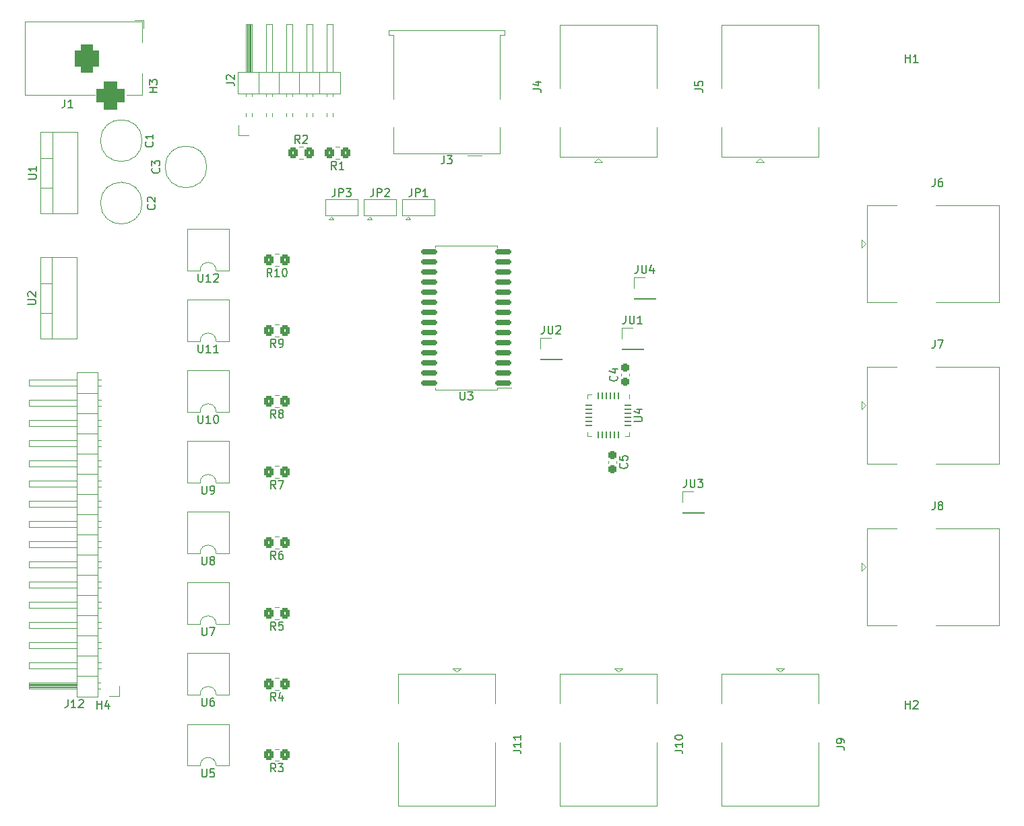
<source format=gbr>
%TF.GenerationSoftware,KiCad,Pcbnew,(6.0.4)*%
%TF.CreationDate,2022-11-01T18:45:11-05:00*%
%TF.ProjectId,RaspPi_RemoteClusterController,52617370-5069-45f5-9265-6d6f7465436c,rev?*%
%TF.SameCoordinates,Original*%
%TF.FileFunction,Legend,Top*%
%TF.FilePolarity,Positive*%
%FSLAX46Y46*%
G04 Gerber Fmt 4.6, Leading zero omitted, Abs format (unit mm)*
G04 Created by KiCad (PCBNEW (6.0.4)) date 2022-11-01 18:45:11*
%MOMM*%
%LPD*%
G01*
G04 APERTURE LIST*
G04 Aperture macros list*
%AMRoundRect*
0 Rectangle with rounded corners*
0 $1 Rounding radius*
0 $2 $3 $4 $5 $6 $7 $8 $9 X,Y pos of 4 corners*
0 Add a 4 corners polygon primitive as box body*
4,1,4,$2,$3,$4,$5,$6,$7,$8,$9,$2,$3,0*
0 Add four circle primitives for the rounded corners*
1,1,$1+$1,$2,$3*
1,1,$1+$1,$4,$5*
1,1,$1+$1,$6,$7*
1,1,$1+$1,$8,$9*
0 Add four rect primitives between the rounded corners*
20,1,$1+$1,$2,$3,$4,$5,0*
20,1,$1+$1,$4,$5,$6,$7,0*
20,1,$1+$1,$6,$7,$8,$9,0*
20,1,$1+$1,$8,$9,$2,$3,0*%
%AMFreePoly0*
4,1,14,0.340806,0.106694,0.394194,0.053306,0.412500,0.009112,0.412500,-0.062500,0.394194,-0.106694,0.350000,-0.125000,-0.350000,-0.125000,-0.394194,-0.106694,-0.412500,-0.062500,-0.412500,0.062500,-0.394194,0.106694,-0.350000,0.125000,0.296612,0.125000,0.340806,0.106694,0.340806,0.106694,$1*%
%AMFreePoly1*
4,1,14,0.394194,0.106694,0.412500,0.062500,0.412500,-0.009112,0.394194,-0.053306,0.340806,-0.106694,0.296612,-0.125000,-0.350000,-0.125000,-0.394194,-0.106694,-0.412500,-0.062500,-0.412500,0.062500,-0.394194,0.106694,-0.350000,0.125000,0.350000,0.125000,0.394194,0.106694,0.394194,0.106694,$1*%
%AMFreePoly2*
4,1,14,0.106694,0.394194,0.125000,0.350000,0.125000,-0.350000,0.106694,-0.394194,0.062500,-0.412500,-0.062500,-0.412500,-0.106694,-0.394194,-0.125000,-0.350000,-0.125000,0.296612,-0.106694,0.340806,-0.053306,0.394194,-0.009112,0.412500,0.062500,0.412500,0.106694,0.394194,0.106694,0.394194,$1*%
%AMFreePoly3*
4,1,14,0.053306,0.394194,0.106694,0.340806,0.125000,0.296612,0.125000,-0.350000,0.106694,-0.394194,0.062500,-0.412500,-0.062500,-0.412500,-0.106694,-0.394194,-0.125000,-0.350000,-0.125000,0.350000,-0.106694,0.394194,-0.062500,0.412500,0.009112,0.412500,0.053306,0.394194,0.053306,0.394194,$1*%
%AMFreePoly4*
4,1,14,0.394194,0.106694,0.412500,0.062500,0.412500,-0.062500,0.394194,-0.106694,0.350000,-0.125000,-0.296612,-0.125000,-0.340806,-0.106694,-0.394194,-0.053306,-0.412500,-0.009112,-0.412500,0.062500,-0.394194,0.106694,-0.350000,0.125000,0.350000,0.125000,0.394194,0.106694,0.394194,0.106694,$1*%
%AMFreePoly5*
4,1,14,0.394194,0.106694,0.412500,0.062500,0.412500,-0.062500,0.394194,-0.106694,0.350000,-0.125000,-0.350000,-0.125000,-0.394194,-0.106694,-0.412500,-0.062500,-0.412500,0.009112,-0.394194,0.053306,-0.340806,0.106694,-0.296612,0.125000,0.350000,0.125000,0.394194,0.106694,0.394194,0.106694,$1*%
%AMFreePoly6*
4,1,14,0.106694,0.394194,0.125000,0.350000,0.125000,-0.296612,0.106694,-0.340806,0.053306,-0.394194,0.009112,-0.412500,-0.062500,-0.412500,-0.106694,-0.394194,-0.125000,-0.350000,-0.125000,0.350000,-0.106694,0.394194,-0.062500,0.412500,0.062500,0.412500,0.106694,0.394194,0.106694,0.394194,$1*%
%AMFreePoly7*
4,1,14,0.106694,0.394194,0.125000,0.350000,0.125000,-0.350000,0.106694,-0.394194,0.062500,-0.412500,-0.009112,-0.412500,-0.053306,-0.394194,-0.106694,-0.340806,-0.125000,-0.296612,-0.125000,0.350000,-0.106694,0.394194,-0.062500,0.412500,0.062500,0.412500,0.106694,0.394194,0.106694,0.394194,$1*%
G04 Aperture macros list end*
%ADD10C,0.150000*%
%ADD11C,0.120000*%
%ADD12C,1.600000*%
%ADD13R,1.600000X1.600000*%
%ADD14C,4.000000*%
%ADD15O,1.600000X1.600000*%
%ADD16R,1.700000X1.700000*%
%ADD17RoundRect,0.250000X0.350000X0.450000X-0.350000X0.450000X-0.350000X-0.450000X0.350000X-0.450000X0*%
%ADD18C,3.200000*%
%ADD19RoundRect,0.237500X0.237500X-0.300000X0.237500X0.300000X-0.237500X0.300000X-0.237500X-0.300000X0*%
%ADD20O,1.700000X1.700000*%
%ADD21RoundRect,0.250000X-0.350000X-0.450000X0.350000X-0.450000X0.350000X0.450000X-0.350000X0.450000X0*%
%ADD22R,1.000000X1.500000*%
%ADD23R,2.000000X1.905000*%
%ADD24O,2.000000X1.905000*%
%ADD25R,1.600000X1.500000*%
%ADD26C,3.000000*%
%ADD27FreePoly0,270.000000*%
%ADD28RoundRect,0.062500X-0.062500X0.350000X-0.062500X-0.350000X0.062500X-0.350000X0.062500X0.350000X0*%
%ADD29FreePoly1,270.000000*%
%ADD30FreePoly2,270.000000*%
%ADD31RoundRect,0.062500X-0.350000X0.062500X-0.350000X-0.062500X0.350000X-0.062500X0.350000X0.062500X0*%
%ADD32FreePoly3,270.000000*%
%ADD33FreePoly4,270.000000*%
%ADD34FreePoly5,270.000000*%
%ADD35FreePoly6,270.000000*%
%ADD36FreePoly7,270.000000*%
%ADD37R,3.100000X3.100000*%
%ADD38RoundRect,0.237500X-0.237500X0.300000X-0.237500X-0.300000X0.237500X-0.300000X0.237500X0.300000X0*%
%ADD39RoundRect,0.150000X0.875000X0.150000X-0.875000X0.150000X-0.875000X-0.150000X0.875000X-0.150000X0*%
%ADD40R,3.500000X3.500000*%
%ADD41RoundRect,0.750000X-0.750000X-1.000000X0.750000X-1.000000X0.750000X1.000000X-0.750000X1.000000X0*%
%ADD42RoundRect,0.875000X-0.875000X-0.875000X0.875000X-0.875000X0.875000X0.875000X-0.875000X0.875000X0*%
%ADD43C,0.800000*%
G04 APERTURE END LIST*
D10*
%TO.C,C3*%
X113701142Y-60364666D02*
X113748761Y-60412285D01*
X113796380Y-60555142D01*
X113796380Y-60650380D01*
X113748761Y-60793238D01*
X113653523Y-60888476D01*
X113558285Y-60936095D01*
X113367809Y-60983714D01*
X113224952Y-60983714D01*
X113034476Y-60936095D01*
X112939238Y-60888476D01*
X112844000Y-60793238D01*
X112796380Y-60650380D01*
X112796380Y-60555142D01*
X112844000Y-60412285D01*
X112891619Y-60364666D01*
X112796380Y-60031333D02*
X112796380Y-59412285D01*
X113177333Y-59745619D01*
X113177333Y-59602761D01*
X113224952Y-59507523D01*
X113272571Y-59459904D01*
X113367809Y-59412285D01*
X113605904Y-59412285D01*
X113701142Y-59459904D01*
X113748761Y-59507523D01*
X113796380Y-59602761D01*
X113796380Y-59888476D01*
X113748761Y-59983714D01*
X113701142Y-60031333D01*
%TO.C,C2*%
X113133142Y-64936666D02*
X113180761Y-64984285D01*
X113228380Y-65127142D01*
X113228380Y-65222380D01*
X113180761Y-65365238D01*
X113085523Y-65460476D01*
X112990285Y-65508095D01*
X112799809Y-65555714D01*
X112656952Y-65555714D01*
X112466476Y-65508095D01*
X112371238Y-65460476D01*
X112276000Y-65365238D01*
X112228380Y-65222380D01*
X112228380Y-65127142D01*
X112276000Y-64984285D01*
X112323619Y-64936666D01*
X112323619Y-64555714D02*
X112276000Y-64508095D01*
X112228380Y-64412857D01*
X112228380Y-64174761D01*
X112276000Y-64079523D01*
X112323619Y-64031904D01*
X112418857Y-63984285D01*
X112514095Y-63984285D01*
X112656952Y-64031904D01*
X113228380Y-64603333D01*
X113228380Y-63984285D01*
%TO.C,C1*%
X112879142Y-57062666D02*
X112926761Y-57110285D01*
X112974380Y-57253142D01*
X112974380Y-57348380D01*
X112926761Y-57491238D01*
X112831523Y-57586476D01*
X112736285Y-57634095D01*
X112545809Y-57681714D01*
X112402952Y-57681714D01*
X112212476Y-57634095D01*
X112117238Y-57586476D01*
X112022000Y-57491238D01*
X111974380Y-57348380D01*
X111974380Y-57253142D01*
X112022000Y-57110285D01*
X112069619Y-57062666D01*
X112974380Y-56110285D02*
X112974380Y-56681714D01*
X112974380Y-56396000D02*
X111974380Y-56396000D01*
X112117238Y-56491238D01*
X112212476Y-56586476D01*
X112260095Y-56681714D01*
%TO.C,J11*%
X158212380Y-133602023D02*
X158926666Y-133602023D01*
X159069523Y-133649642D01*
X159164761Y-133744880D01*
X159212380Y-133887738D01*
X159212380Y-133982976D01*
X159212380Y-132602023D02*
X159212380Y-133173452D01*
X159212380Y-132887738D02*
X158212380Y-132887738D01*
X158355238Y-132982976D01*
X158450476Y-133078214D01*
X158498095Y-133173452D01*
X159212380Y-131649642D02*
X159212380Y-132221071D01*
X159212380Y-131935357D02*
X158212380Y-131935357D01*
X158355238Y-132030595D01*
X158450476Y-132125833D01*
X158498095Y-132221071D01*
%TO.C,J6*%
X211199166Y-61672380D02*
X211199166Y-62386666D01*
X211151547Y-62529523D01*
X211056309Y-62624761D01*
X210913452Y-62672380D01*
X210818214Y-62672380D01*
X212103928Y-61672380D02*
X211913452Y-61672380D01*
X211818214Y-61720000D01*
X211770595Y-61767619D01*
X211675357Y-61910476D01*
X211627738Y-62100952D01*
X211627738Y-62481904D01*
X211675357Y-62577142D01*
X211722976Y-62624761D01*
X211818214Y-62672380D01*
X212008690Y-62672380D01*
X212103928Y-62624761D01*
X212151547Y-62577142D01*
X212199166Y-62481904D01*
X212199166Y-62243809D01*
X212151547Y-62148571D01*
X212103928Y-62100952D01*
X212008690Y-62053333D01*
X211818214Y-62053333D01*
X211722976Y-62100952D01*
X211675357Y-62148571D01*
X211627738Y-62243809D01*
%TO.C,U11*%
X118639904Y-82554380D02*
X118639904Y-83363904D01*
X118687523Y-83459142D01*
X118735142Y-83506761D01*
X118830380Y-83554380D01*
X119020857Y-83554380D01*
X119116095Y-83506761D01*
X119163714Y-83459142D01*
X119211333Y-83363904D01*
X119211333Y-82554380D01*
X120211333Y-83554380D02*
X119639904Y-83554380D01*
X119925619Y-83554380D02*
X119925619Y-82554380D01*
X119830380Y-82697238D01*
X119735142Y-82792476D01*
X119639904Y-82840095D01*
X121163714Y-83554380D02*
X120592285Y-83554380D01*
X120878000Y-83554380D02*
X120878000Y-82554380D01*
X120782761Y-82697238D01*
X120687523Y-82792476D01*
X120592285Y-82840095D01*
%TO.C,JU1*%
X172370857Y-78910380D02*
X172370857Y-79624666D01*
X172323238Y-79767523D01*
X172228000Y-79862761D01*
X172085142Y-79910380D01*
X171989904Y-79910380D01*
X172847047Y-78910380D02*
X172847047Y-79719904D01*
X172894666Y-79815142D01*
X172942285Y-79862761D01*
X173037523Y-79910380D01*
X173228000Y-79910380D01*
X173323238Y-79862761D01*
X173370857Y-79815142D01*
X173418476Y-79719904D01*
X173418476Y-78910380D01*
X174418476Y-79910380D02*
X173847047Y-79910380D01*
X174132761Y-79910380D02*
X174132761Y-78910380D01*
X174037523Y-79053238D01*
X173942285Y-79148476D01*
X173847047Y-79196095D01*
%TO.C,JU4*%
X173894857Y-72560380D02*
X173894857Y-73274666D01*
X173847238Y-73417523D01*
X173752000Y-73512761D01*
X173609142Y-73560380D01*
X173513904Y-73560380D01*
X174371047Y-72560380D02*
X174371047Y-73369904D01*
X174418666Y-73465142D01*
X174466285Y-73512761D01*
X174561523Y-73560380D01*
X174752000Y-73560380D01*
X174847238Y-73512761D01*
X174894857Y-73465142D01*
X174942476Y-73369904D01*
X174942476Y-72560380D01*
X175847238Y-72893714D02*
X175847238Y-73560380D01*
X175609142Y-72512761D02*
X175371047Y-73227047D01*
X175990095Y-73227047D01*
%TO.C,R1*%
X135977333Y-60522380D02*
X135644000Y-60046190D01*
X135405904Y-60522380D02*
X135405904Y-59522380D01*
X135786857Y-59522380D01*
X135882095Y-59570000D01*
X135929714Y-59617619D01*
X135977333Y-59712857D01*
X135977333Y-59855714D01*
X135929714Y-59950952D01*
X135882095Y-59998571D01*
X135786857Y-60046190D01*
X135405904Y-60046190D01*
X136929714Y-60522380D02*
X136358285Y-60522380D01*
X136644000Y-60522380D02*
X136644000Y-59522380D01*
X136548761Y-59665238D01*
X136453523Y-59760476D01*
X136358285Y-59808095D01*
%TO.C,H2*%
X207518095Y-128332380D02*
X207518095Y-127332380D01*
X207518095Y-127808571D02*
X208089523Y-127808571D01*
X208089523Y-128332380D02*
X208089523Y-127332380D01*
X208518095Y-127427619D02*
X208565714Y-127380000D01*
X208660952Y-127332380D01*
X208899047Y-127332380D01*
X208994285Y-127380000D01*
X209041904Y-127427619D01*
X209089523Y-127522857D01*
X209089523Y-127618095D01*
X209041904Y-127760952D01*
X208470476Y-128332380D01*
X209089523Y-128332380D01*
%TO.C,C4*%
X171237142Y-86506666D02*
X171284761Y-86554285D01*
X171332380Y-86697142D01*
X171332380Y-86792380D01*
X171284761Y-86935238D01*
X171189523Y-87030476D01*
X171094285Y-87078095D01*
X170903809Y-87125714D01*
X170760952Y-87125714D01*
X170570476Y-87078095D01*
X170475238Y-87030476D01*
X170380000Y-86935238D01*
X170332380Y-86792380D01*
X170332380Y-86697142D01*
X170380000Y-86554285D01*
X170427619Y-86506666D01*
X170665714Y-85649523D02*
X171332380Y-85649523D01*
X170284761Y-85887619D02*
X170999047Y-86125714D01*
X170999047Y-85506666D01*
%TO.C,J2*%
X122155380Y-49604333D02*
X122869666Y-49604333D01*
X123012523Y-49651952D01*
X123107761Y-49747190D01*
X123155380Y-49890047D01*
X123155380Y-49985285D01*
X122250619Y-49175761D02*
X122203000Y-49128142D01*
X122155380Y-49032904D01*
X122155380Y-48794809D01*
X122203000Y-48699571D01*
X122250619Y-48651952D01*
X122345857Y-48604333D01*
X122441095Y-48604333D01*
X122583952Y-48651952D01*
X123155380Y-49223380D01*
X123155380Y-48604333D01*
%TO.C,JU2*%
X162132857Y-80180380D02*
X162132857Y-80894666D01*
X162085238Y-81037523D01*
X161990000Y-81132761D01*
X161847142Y-81180380D01*
X161751904Y-81180380D01*
X162609047Y-80180380D02*
X162609047Y-80989904D01*
X162656666Y-81085142D01*
X162704285Y-81132761D01*
X162799523Y-81180380D01*
X162990000Y-81180380D01*
X163085238Y-81132761D01*
X163132857Y-81085142D01*
X163180476Y-80989904D01*
X163180476Y-80180380D01*
X163609047Y-80275619D02*
X163656666Y-80228000D01*
X163751904Y-80180380D01*
X163990000Y-80180380D01*
X164085238Y-80228000D01*
X164132857Y-80275619D01*
X164180476Y-80370857D01*
X164180476Y-80466095D01*
X164132857Y-80608952D01*
X163561428Y-81180380D01*
X164180476Y-81180380D01*
%TO.C,U9*%
X119116095Y-100334380D02*
X119116095Y-101143904D01*
X119163714Y-101239142D01*
X119211333Y-101286761D01*
X119306571Y-101334380D01*
X119497047Y-101334380D01*
X119592285Y-101286761D01*
X119639904Y-101239142D01*
X119687523Y-101143904D01*
X119687523Y-100334380D01*
X120211333Y-101334380D02*
X120401809Y-101334380D01*
X120497047Y-101286761D01*
X120544666Y-101239142D01*
X120639904Y-101096285D01*
X120687523Y-100905809D01*
X120687523Y-100524857D01*
X120639904Y-100429619D01*
X120592285Y-100382000D01*
X120497047Y-100334380D01*
X120306571Y-100334380D01*
X120211333Y-100382000D01*
X120163714Y-100429619D01*
X120116095Y-100524857D01*
X120116095Y-100762952D01*
X120163714Y-100858190D01*
X120211333Y-100905809D01*
X120306571Y-100953428D01*
X120497047Y-100953428D01*
X120592285Y-100905809D01*
X120639904Y-100858190D01*
X120687523Y-100762952D01*
%TO.C,J9*%
X198852380Y-133125833D02*
X199566666Y-133125833D01*
X199709523Y-133173452D01*
X199804761Y-133268690D01*
X199852380Y-133411547D01*
X199852380Y-133506785D01*
X199852380Y-132602023D02*
X199852380Y-132411547D01*
X199804761Y-132316309D01*
X199757142Y-132268690D01*
X199614285Y-132173452D01*
X199423809Y-132125833D01*
X199042857Y-132125833D01*
X198947619Y-132173452D01*
X198900000Y-132221071D01*
X198852380Y-132316309D01*
X198852380Y-132506785D01*
X198900000Y-132602023D01*
X198947619Y-132649642D01*
X199042857Y-132697261D01*
X199280952Y-132697261D01*
X199376190Y-132649642D01*
X199423809Y-132602023D01*
X199471428Y-132506785D01*
X199471428Y-132316309D01*
X199423809Y-132221071D01*
X199376190Y-132173452D01*
X199280952Y-132125833D01*
%TO.C,J4*%
X160732380Y-50420833D02*
X161446666Y-50420833D01*
X161589523Y-50468452D01*
X161684761Y-50563690D01*
X161732380Y-50706547D01*
X161732380Y-50801785D01*
X161065714Y-49516071D02*
X161732380Y-49516071D01*
X160684761Y-49754166D02*
X161399047Y-49992261D01*
X161399047Y-49373214D01*
%TO.C,R2*%
X131405333Y-57222380D02*
X131072000Y-56746190D01*
X130833904Y-57222380D02*
X130833904Y-56222380D01*
X131214857Y-56222380D01*
X131310095Y-56270000D01*
X131357714Y-56317619D01*
X131405333Y-56412857D01*
X131405333Y-56555714D01*
X131357714Y-56650952D01*
X131310095Y-56698571D01*
X131214857Y-56746190D01*
X130833904Y-56746190D01*
X131786285Y-56317619D02*
X131833904Y-56270000D01*
X131929142Y-56222380D01*
X132167238Y-56222380D01*
X132262476Y-56270000D01*
X132310095Y-56317619D01*
X132357714Y-56412857D01*
X132357714Y-56508095D01*
X132310095Y-56650952D01*
X131738666Y-57222380D01*
X132357714Y-57222380D01*
%TO.C,JP1*%
X145470666Y-62930380D02*
X145470666Y-63644666D01*
X145423047Y-63787523D01*
X145327809Y-63882761D01*
X145184952Y-63930380D01*
X145089714Y-63930380D01*
X145946857Y-63930380D02*
X145946857Y-62930380D01*
X146327809Y-62930380D01*
X146423047Y-62978000D01*
X146470666Y-63025619D01*
X146518285Y-63120857D01*
X146518285Y-63263714D01*
X146470666Y-63358952D01*
X146423047Y-63406571D01*
X146327809Y-63454190D01*
X145946857Y-63454190D01*
X147470666Y-63930380D02*
X146899238Y-63930380D01*
X147184952Y-63930380D02*
X147184952Y-62930380D01*
X147089714Y-63073238D01*
X146994476Y-63168476D01*
X146899238Y-63216095D01*
%TO.C,H3*%
X113482380Y-50799904D02*
X112482380Y-50799904D01*
X112958571Y-50799904D02*
X112958571Y-50228476D01*
X113482380Y-50228476D02*
X112482380Y-50228476D01*
X112482380Y-49847523D02*
X112482380Y-49228476D01*
X112863333Y-49561809D01*
X112863333Y-49418952D01*
X112910952Y-49323714D01*
X112958571Y-49276095D01*
X113053809Y-49228476D01*
X113291904Y-49228476D01*
X113387142Y-49276095D01*
X113434761Y-49323714D01*
X113482380Y-49418952D01*
X113482380Y-49704666D01*
X113434761Y-49799904D01*
X113387142Y-49847523D01*
%TO.C,U2*%
X97219380Y-77469904D02*
X98028904Y-77469904D01*
X98124142Y-77422285D01*
X98171761Y-77374666D01*
X98219380Y-77279428D01*
X98219380Y-77088952D01*
X98171761Y-76993714D01*
X98124142Y-76946095D01*
X98028904Y-76898476D01*
X97219380Y-76898476D01*
X97314619Y-76469904D02*
X97267000Y-76422285D01*
X97219380Y-76327047D01*
X97219380Y-76088952D01*
X97267000Y-75993714D01*
X97314619Y-75946095D01*
X97409857Y-75898476D01*
X97505095Y-75898476D01*
X97647952Y-75946095D01*
X98219380Y-76517523D01*
X98219380Y-75898476D01*
%TO.C,U8*%
X119116095Y-109224380D02*
X119116095Y-110033904D01*
X119163714Y-110129142D01*
X119211333Y-110176761D01*
X119306571Y-110224380D01*
X119497047Y-110224380D01*
X119592285Y-110176761D01*
X119639904Y-110129142D01*
X119687523Y-110033904D01*
X119687523Y-109224380D01*
X120306571Y-109652952D02*
X120211333Y-109605333D01*
X120163714Y-109557714D01*
X120116095Y-109462476D01*
X120116095Y-109414857D01*
X120163714Y-109319619D01*
X120211333Y-109272000D01*
X120306571Y-109224380D01*
X120497047Y-109224380D01*
X120592285Y-109272000D01*
X120639904Y-109319619D01*
X120687523Y-109414857D01*
X120687523Y-109462476D01*
X120639904Y-109557714D01*
X120592285Y-109605333D01*
X120497047Y-109652952D01*
X120306571Y-109652952D01*
X120211333Y-109700571D01*
X120163714Y-109748190D01*
X120116095Y-109843428D01*
X120116095Y-110033904D01*
X120163714Y-110129142D01*
X120211333Y-110176761D01*
X120306571Y-110224380D01*
X120497047Y-110224380D01*
X120592285Y-110176761D01*
X120639904Y-110129142D01*
X120687523Y-110033904D01*
X120687523Y-109843428D01*
X120639904Y-109748190D01*
X120592285Y-109700571D01*
X120497047Y-109652952D01*
%TO.C,R8*%
X128357333Y-91764380D02*
X128024000Y-91288190D01*
X127785904Y-91764380D02*
X127785904Y-90764380D01*
X128166857Y-90764380D01*
X128262095Y-90812000D01*
X128309714Y-90859619D01*
X128357333Y-90954857D01*
X128357333Y-91097714D01*
X128309714Y-91192952D01*
X128262095Y-91240571D01*
X128166857Y-91288190D01*
X127785904Y-91288190D01*
X128928761Y-91192952D02*
X128833523Y-91145333D01*
X128785904Y-91097714D01*
X128738285Y-91002476D01*
X128738285Y-90954857D01*
X128785904Y-90859619D01*
X128833523Y-90812000D01*
X128928761Y-90764380D01*
X129119238Y-90764380D01*
X129214476Y-90812000D01*
X129262095Y-90859619D01*
X129309714Y-90954857D01*
X129309714Y-91002476D01*
X129262095Y-91097714D01*
X129214476Y-91145333D01*
X129119238Y-91192952D01*
X128928761Y-91192952D01*
X128833523Y-91240571D01*
X128785904Y-91288190D01*
X128738285Y-91383428D01*
X128738285Y-91573904D01*
X128785904Y-91669142D01*
X128833523Y-91716761D01*
X128928761Y-91764380D01*
X129119238Y-91764380D01*
X129214476Y-91716761D01*
X129262095Y-91669142D01*
X129309714Y-91573904D01*
X129309714Y-91383428D01*
X129262095Y-91288190D01*
X129214476Y-91240571D01*
X129119238Y-91192952D01*
%TO.C,JU3*%
X179990857Y-99484380D02*
X179990857Y-100198666D01*
X179943238Y-100341523D01*
X179848000Y-100436761D01*
X179705142Y-100484380D01*
X179609904Y-100484380D01*
X180467047Y-99484380D02*
X180467047Y-100293904D01*
X180514666Y-100389142D01*
X180562285Y-100436761D01*
X180657523Y-100484380D01*
X180848000Y-100484380D01*
X180943238Y-100436761D01*
X180990857Y-100389142D01*
X181038476Y-100293904D01*
X181038476Y-99484380D01*
X181419428Y-99484380D02*
X182038476Y-99484380D01*
X181705142Y-99865333D01*
X181848000Y-99865333D01*
X181943238Y-99912952D01*
X181990857Y-99960571D01*
X182038476Y-100055809D01*
X182038476Y-100293904D01*
X181990857Y-100389142D01*
X181943238Y-100436761D01*
X181848000Y-100484380D01*
X181562285Y-100484380D01*
X181467047Y-100436761D01*
X181419428Y-100389142D01*
%TO.C,R5*%
X128357333Y-118439380D02*
X128024000Y-117963190D01*
X127785904Y-118439380D02*
X127785904Y-117439380D01*
X128166857Y-117439380D01*
X128262095Y-117487000D01*
X128309714Y-117534619D01*
X128357333Y-117629857D01*
X128357333Y-117772714D01*
X128309714Y-117867952D01*
X128262095Y-117915571D01*
X128166857Y-117963190D01*
X127785904Y-117963190D01*
X129262095Y-117439380D02*
X128785904Y-117439380D01*
X128738285Y-117915571D01*
X128785904Y-117867952D01*
X128881142Y-117820333D01*
X129119238Y-117820333D01*
X129214476Y-117867952D01*
X129262095Y-117915571D01*
X129309714Y-118010809D01*
X129309714Y-118248904D01*
X129262095Y-118344142D01*
X129214476Y-118391761D01*
X129119238Y-118439380D01*
X128881142Y-118439380D01*
X128785904Y-118391761D01*
X128738285Y-118344142D01*
%TO.C,R6*%
X128357333Y-109544380D02*
X128024000Y-109068190D01*
X127785904Y-109544380D02*
X127785904Y-108544380D01*
X128166857Y-108544380D01*
X128262095Y-108592000D01*
X128309714Y-108639619D01*
X128357333Y-108734857D01*
X128357333Y-108877714D01*
X128309714Y-108972952D01*
X128262095Y-109020571D01*
X128166857Y-109068190D01*
X127785904Y-109068190D01*
X129214476Y-108544380D02*
X129024000Y-108544380D01*
X128928761Y-108592000D01*
X128881142Y-108639619D01*
X128785904Y-108782476D01*
X128738285Y-108972952D01*
X128738285Y-109353904D01*
X128785904Y-109449142D01*
X128833523Y-109496761D01*
X128928761Y-109544380D01*
X129119238Y-109544380D01*
X129214476Y-109496761D01*
X129262095Y-109449142D01*
X129309714Y-109353904D01*
X129309714Y-109115809D01*
X129262095Y-109020571D01*
X129214476Y-108972952D01*
X129119238Y-108925333D01*
X128928761Y-108925333D01*
X128833523Y-108972952D01*
X128785904Y-109020571D01*
X128738285Y-109115809D01*
%TO.C,J12*%
X102247476Y-127198380D02*
X102247476Y-127912666D01*
X102199857Y-128055523D01*
X102104619Y-128150761D01*
X101961761Y-128198380D01*
X101866523Y-128198380D01*
X103247476Y-128198380D02*
X102676047Y-128198380D01*
X102961761Y-128198380D02*
X102961761Y-127198380D01*
X102866523Y-127341238D01*
X102771285Y-127436476D01*
X102676047Y-127484095D01*
X103628428Y-127293619D02*
X103676047Y-127246000D01*
X103771285Y-127198380D01*
X104009380Y-127198380D01*
X104104619Y-127246000D01*
X104152238Y-127293619D01*
X104199857Y-127388857D01*
X104199857Y-127484095D01*
X104152238Y-127626952D01*
X103580809Y-128198380D01*
X104199857Y-128198380D01*
%TO.C,JP3*%
X135818666Y-62930380D02*
X135818666Y-63644666D01*
X135771047Y-63787523D01*
X135675809Y-63882761D01*
X135532952Y-63930380D01*
X135437714Y-63930380D01*
X136294857Y-63930380D02*
X136294857Y-62930380D01*
X136675809Y-62930380D01*
X136771047Y-62978000D01*
X136818666Y-63025619D01*
X136866285Y-63120857D01*
X136866285Y-63263714D01*
X136818666Y-63358952D01*
X136771047Y-63406571D01*
X136675809Y-63454190D01*
X136294857Y-63454190D01*
X137199619Y-62930380D02*
X137818666Y-62930380D01*
X137485333Y-63311333D01*
X137628190Y-63311333D01*
X137723428Y-63358952D01*
X137771047Y-63406571D01*
X137818666Y-63501809D01*
X137818666Y-63739904D01*
X137771047Y-63835142D01*
X137723428Y-63882761D01*
X137628190Y-63930380D01*
X137342476Y-63930380D01*
X137247238Y-63882761D01*
X137199619Y-63835142D01*
%TO.C,J7*%
X211199166Y-81992380D02*
X211199166Y-82706666D01*
X211151547Y-82849523D01*
X211056309Y-82944761D01*
X210913452Y-82992380D01*
X210818214Y-82992380D01*
X211580119Y-81992380D02*
X212246785Y-81992380D01*
X211818214Y-82992380D01*
%TO.C,J3*%
X149526666Y-58802380D02*
X149526666Y-59516666D01*
X149479047Y-59659523D01*
X149383809Y-59754761D01*
X149240952Y-59802380D01*
X149145714Y-59802380D01*
X149907619Y-58802380D02*
X150526666Y-58802380D01*
X150193333Y-59183333D01*
X150336190Y-59183333D01*
X150431428Y-59230952D01*
X150479047Y-59278571D01*
X150526666Y-59373809D01*
X150526666Y-59611904D01*
X150479047Y-59707142D01*
X150431428Y-59754761D01*
X150336190Y-59802380D01*
X150050476Y-59802380D01*
X149955238Y-59754761D01*
X149907619Y-59707142D01*
%TO.C,R3*%
X128357333Y-136260380D02*
X128024000Y-135784190D01*
X127785904Y-136260380D02*
X127785904Y-135260380D01*
X128166857Y-135260380D01*
X128262095Y-135308000D01*
X128309714Y-135355619D01*
X128357333Y-135450857D01*
X128357333Y-135593714D01*
X128309714Y-135688952D01*
X128262095Y-135736571D01*
X128166857Y-135784190D01*
X127785904Y-135784190D01*
X128690666Y-135260380D02*
X129309714Y-135260380D01*
X128976380Y-135641333D01*
X129119238Y-135641333D01*
X129214476Y-135688952D01*
X129262095Y-135736571D01*
X129309714Y-135831809D01*
X129309714Y-136069904D01*
X129262095Y-136165142D01*
X129214476Y-136212761D01*
X129119238Y-136260380D01*
X128833523Y-136260380D01*
X128738285Y-136212761D01*
X128690666Y-136165142D01*
%TO.C,J8*%
X211199166Y-102312380D02*
X211199166Y-103026666D01*
X211151547Y-103169523D01*
X211056309Y-103264761D01*
X210913452Y-103312380D01*
X210818214Y-103312380D01*
X211818214Y-102740952D02*
X211722976Y-102693333D01*
X211675357Y-102645714D01*
X211627738Y-102550476D01*
X211627738Y-102502857D01*
X211675357Y-102407619D01*
X211722976Y-102360000D01*
X211818214Y-102312380D01*
X212008690Y-102312380D01*
X212103928Y-102360000D01*
X212151547Y-102407619D01*
X212199166Y-102502857D01*
X212199166Y-102550476D01*
X212151547Y-102645714D01*
X212103928Y-102693333D01*
X212008690Y-102740952D01*
X211818214Y-102740952D01*
X211722976Y-102788571D01*
X211675357Y-102836190D01*
X211627738Y-102931428D01*
X211627738Y-103121904D01*
X211675357Y-103217142D01*
X211722976Y-103264761D01*
X211818214Y-103312380D01*
X212008690Y-103312380D01*
X212103928Y-103264761D01*
X212151547Y-103217142D01*
X212199166Y-103121904D01*
X212199166Y-102931428D01*
X212151547Y-102836190D01*
X212103928Y-102788571D01*
X212008690Y-102740952D01*
%TO.C,U6*%
X119116095Y-127004380D02*
X119116095Y-127813904D01*
X119163714Y-127909142D01*
X119211333Y-127956761D01*
X119306571Y-128004380D01*
X119497047Y-128004380D01*
X119592285Y-127956761D01*
X119639904Y-127909142D01*
X119687523Y-127813904D01*
X119687523Y-127004380D01*
X120592285Y-127004380D02*
X120401809Y-127004380D01*
X120306571Y-127052000D01*
X120258952Y-127099619D01*
X120163714Y-127242476D01*
X120116095Y-127432952D01*
X120116095Y-127813904D01*
X120163714Y-127909142D01*
X120211333Y-127956761D01*
X120306571Y-128004380D01*
X120497047Y-128004380D01*
X120592285Y-127956761D01*
X120639904Y-127909142D01*
X120687523Y-127813904D01*
X120687523Y-127575809D01*
X120639904Y-127480571D01*
X120592285Y-127432952D01*
X120497047Y-127385333D01*
X120306571Y-127385333D01*
X120211333Y-127432952D01*
X120163714Y-127480571D01*
X120116095Y-127575809D01*
%TO.C,U4*%
X173432380Y-92201904D02*
X174241904Y-92201904D01*
X174337142Y-92154285D01*
X174384761Y-92106666D01*
X174432380Y-92011428D01*
X174432380Y-91820952D01*
X174384761Y-91725714D01*
X174337142Y-91678095D01*
X174241904Y-91630476D01*
X173432380Y-91630476D01*
X173765714Y-90725714D02*
X174432380Y-90725714D01*
X173384761Y-90963809D02*
X174099047Y-91201904D01*
X174099047Y-90582857D01*
%TO.C,U7*%
X119116095Y-118119380D02*
X119116095Y-118928904D01*
X119163714Y-119024142D01*
X119211333Y-119071761D01*
X119306571Y-119119380D01*
X119497047Y-119119380D01*
X119592285Y-119071761D01*
X119639904Y-119024142D01*
X119687523Y-118928904D01*
X119687523Y-118119380D01*
X120068476Y-118119380D02*
X120735142Y-118119380D01*
X120306571Y-119119380D01*
%TO.C,H4*%
X105918095Y-128332380D02*
X105918095Y-127332380D01*
X105918095Y-127808571D02*
X106489523Y-127808571D01*
X106489523Y-128332380D02*
X106489523Y-127332380D01*
X107394285Y-127665714D02*
X107394285Y-128332380D01*
X107156190Y-127284761D02*
X106918095Y-127999047D01*
X107537142Y-127999047D01*
%TO.C,JP2*%
X140644666Y-62930380D02*
X140644666Y-63644666D01*
X140597047Y-63787523D01*
X140501809Y-63882761D01*
X140358952Y-63930380D01*
X140263714Y-63930380D01*
X141120857Y-63930380D02*
X141120857Y-62930380D01*
X141501809Y-62930380D01*
X141597047Y-62978000D01*
X141644666Y-63025619D01*
X141692285Y-63120857D01*
X141692285Y-63263714D01*
X141644666Y-63358952D01*
X141597047Y-63406571D01*
X141501809Y-63454190D01*
X141120857Y-63454190D01*
X142073238Y-63025619D02*
X142120857Y-62978000D01*
X142216095Y-62930380D01*
X142454190Y-62930380D01*
X142549428Y-62978000D01*
X142597047Y-63025619D01*
X142644666Y-63120857D01*
X142644666Y-63216095D01*
X142597047Y-63358952D01*
X142025619Y-63930380D01*
X142644666Y-63930380D01*
%TO.C,H1*%
X207518095Y-47052380D02*
X207518095Y-46052380D01*
X207518095Y-46528571D02*
X208089523Y-46528571D01*
X208089523Y-47052380D02*
X208089523Y-46052380D01*
X209089523Y-47052380D02*
X208518095Y-47052380D01*
X208803809Y-47052380D02*
X208803809Y-46052380D01*
X208708571Y-46195238D01*
X208613333Y-46290476D01*
X208518095Y-46338095D01*
%TO.C,J5*%
X181052380Y-50420833D02*
X181766666Y-50420833D01*
X181909523Y-50468452D01*
X182004761Y-50563690D01*
X182052380Y-50706547D01*
X182052380Y-50801785D01*
X181052380Y-49468452D02*
X181052380Y-49944642D01*
X181528571Y-49992261D01*
X181480952Y-49944642D01*
X181433333Y-49849404D01*
X181433333Y-49611309D01*
X181480952Y-49516071D01*
X181528571Y-49468452D01*
X181623809Y-49420833D01*
X181861904Y-49420833D01*
X181957142Y-49468452D01*
X182004761Y-49516071D01*
X182052380Y-49611309D01*
X182052380Y-49849404D01*
X182004761Y-49944642D01*
X181957142Y-49992261D01*
%TO.C,C5*%
X172497142Y-97499166D02*
X172544761Y-97546785D01*
X172592380Y-97689642D01*
X172592380Y-97784880D01*
X172544761Y-97927738D01*
X172449523Y-98022976D01*
X172354285Y-98070595D01*
X172163809Y-98118214D01*
X172020952Y-98118214D01*
X171830476Y-98070595D01*
X171735238Y-98022976D01*
X171640000Y-97927738D01*
X171592380Y-97784880D01*
X171592380Y-97689642D01*
X171640000Y-97546785D01*
X171687619Y-97499166D01*
X171592380Y-96594404D02*
X171592380Y-97070595D01*
X172068571Y-97118214D01*
X172020952Y-97070595D01*
X171973333Y-96975357D01*
X171973333Y-96737261D01*
X172020952Y-96642023D01*
X172068571Y-96594404D01*
X172163809Y-96546785D01*
X172401904Y-96546785D01*
X172497142Y-96594404D01*
X172544761Y-96642023D01*
X172592380Y-96737261D01*
X172592380Y-96975357D01*
X172544761Y-97070595D01*
X172497142Y-97118214D01*
%TO.C,U12*%
X118639904Y-73664380D02*
X118639904Y-74473904D01*
X118687523Y-74569142D01*
X118735142Y-74616761D01*
X118830380Y-74664380D01*
X119020857Y-74664380D01*
X119116095Y-74616761D01*
X119163714Y-74569142D01*
X119211333Y-74473904D01*
X119211333Y-73664380D01*
X120211333Y-74664380D02*
X119639904Y-74664380D01*
X119925619Y-74664380D02*
X119925619Y-73664380D01*
X119830380Y-73807238D01*
X119735142Y-73902476D01*
X119639904Y-73950095D01*
X120592285Y-73759619D02*
X120639904Y-73712000D01*
X120735142Y-73664380D01*
X120973238Y-73664380D01*
X121068476Y-73712000D01*
X121116095Y-73759619D01*
X121163714Y-73854857D01*
X121163714Y-73950095D01*
X121116095Y-74092952D01*
X120544666Y-74664380D01*
X121163714Y-74664380D01*
%TO.C,U5*%
X119116095Y-135940380D02*
X119116095Y-136749904D01*
X119163714Y-136845142D01*
X119211333Y-136892761D01*
X119306571Y-136940380D01*
X119497047Y-136940380D01*
X119592285Y-136892761D01*
X119639904Y-136845142D01*
X119687523Y-136749904D01*
X119687523Y-135940380D01*
X120639904Y-135940380D02*
X120163714Y-135940380D01*
X120116095Y-136416571D01*
X120163714Y-136368952D01*
X120258952Y-136321333D01*
X120497047Y-136321333D01*
X120592285Y-136368952D01*
X120639904Y-136416571D01*
X120687523Y-136511809D01*
X120687523Y-136749904D01*
X120639904Y-136845142D01*
X120592285Y-136892761D01*
X120497047Y-136940380D01*
X120258952Y-136940380D01*
X120163714Y-136892761D01*
X120116095Y-136845142D01*
%TO.C,U10*%
X118639904Y-91444380D02*
X118639904Y-92253904D01*
X118687523Y-92349142D01*
X118735142Y-92396761D01*
X118830380Y-92444380D01*
X119020857Y-92444380D01*
X119116095Y-92396761D01*
X119163714Y-92349142D01*
X119211333Y-92253904D01*
X119211333Y-91444380D01*
X120211333Y-92444380D02*
X119639904Y-92444380D01*
X119925619Y-92444380D02*
X119925619Y-91444380D01*
X119830380Y-91587238D01*
X119735142Y-91682476D01*
X119639904Y-91730095D01*
X120830380Y-91444380D02*
X120925619Y-91444380D01*
X121020857Y-91492000D01*
X121068476Y-91539619D01*
X121116095Y-91634857D01*
X121163714Y-91825333D01*
X121163714Y-92063428D01*
X121116095Y-92253904D01*
X121068476Y-92349142D01*
X121020857Y-92396761D01*
X120925619Y-92444380D01*
X120830380Y-92444380D01*
X120735142Y-92396761D01*
X120687523Y-92349142D01*
X120639904Y-92253904D01*
X120592285Y-92063428D01*
X120592285Y-91825333D01*
X120639904Y-91634857D01*
X120687523Y-91539619D01*
X120735142Y-91492000D01*
X120830380Y-91444380D01*
%TO.C,R10*%
X127881142Y-73984380D02*
X127547809Y-73508190D01*
X127309714Y-73984380D02*
X127309714Y-72984380D01*
X127690666Y-72984380D01*
X127785904Y-73032000D01*
X127833523Y-73079619D01*
X127881142Y-73174857D01*
X127881142Y-73317714D01*
X127833523Y-73412952D01*
X127785904Y-73460571D01*
X127690666Y-73508190D01*
X127309714Y-73508190D01*
X128833523Y-73984380D02*
X128262095Y-73984380D01*
X128547809Y-73984380D02*
X128547809Y-72984380D01*
X128452571Y-73127238D01*
X128357333Y-73222476D01*
X128262095Y-73270095D01*
X129452571Y-72984380D02*
X129547809Y-72984380D01*
X129643047Y-73032000D01*
X129690666Y-73079619D01*
X129738285Y-73174857D01*
X129785904Y-73365333D01*
X129785904Y-73603428D01*
X129738285Y-73793904D01*
X129690666Y-73889142D01*
X129643047Y-73936761D01*
X129547809Y-73984380D01*
X129452571Y-73984380D01*
X129357333Y-73936761D01*
X129309714Y-73889142D01*
X129262095Y-73793904D01*
X129214476Y-73603428D01*
X129214476Y-73365333D01*
X129262095Y-73174857D01*
X129309714Y-73079619D01*
X129357333Y-73032000D01*
X129452571Y-72984380D01*
%TO.C,R9*%
X128357333Y-82874380D02*
X128024000Y-82398190D01*
X127785904Y-82874380D02*
X127785904Y-81874380D01*
X128166857Y-81874380D01*
X128262095Y-81922000D01*
X128309714Y-81969619D01*
X128357333Y-82064857D01*
X128357333Y-82207714D01*
X128309714Y-82302952D01*
X128262095Y-82350571D01*
X128166857Y-82398190D01*
X127785904Y-82398190D01*
X128833523Y-82874380D02*
X129024000Y-82874380D01*
X129119238Y-82826761D01*
X129166857Y-82779142D01*
X129262095Y-82636285D01*
X129309714Y-82445809D01*
X129309714Y-82064857D01*
X129262095Y-81969619D01*
X129214476Y-81922000D01*
X129119238Y-81874380D01*
X128928761Y-81874380D01*
X128833523Y-81922000D01*
X128785904Y-81969619D01*
X128738285Y-82064857D01*
X128738285Y-82302952D01*
X128785904Y-82398190D01*
X128833523Y-82445809D01*
X128928761Y-82493428D01*
X129119238Y-82493428D01*
X129214476Y-82445809D01*
X129262095Y-82398190D01*
X129309714Y-82302952D01*
%TO.C,R4*%
X128357333Y-127324380D02*
X128024000Y-126848190D01*
X127785904Y-127324380D02*
X127785904Y-126324380D01*
X128166857Y-126324380D01*
X128262095Y-126372000D01*
X128309714Y-126419619D01*
X128357333Y-126514857D01*
X128357333Y-126657714D01*
X128309714Y-126752952D01*
X128262095Y-126800571D01*
X128166857Y-126848190D01*
X127785904Y-126848190D01*
X129214476Y-126657714D02*
X129214476Y-127324380D01*
X128976380Y-126276761D02*
X128738285Y-126991047D01*
X129357333Y-126991047D01*
%TO.C,U3*%
X151558095Y-88502380D02*
X151558095Y-89311904D01*
X151605714Y-89407142D01*
X151653333Y-89454761D01*
X151748571Y-89502380D01*
X151939047Y-89502380D01*
X152034285Y-89454761D01*
X152081904Y-89407142D01*
X152129523Y-89311904D01*
X152129523Y-88502380D01*
X152510476Y-88502380D02*
X153129523Y-88502380D01*
X152796190Y-88883333D01*
X152939047Y-88883333D01*
X153034285Y-88930952D01*
X153081904Y-88978571D01*
X153129523Y-89073809D01*
X153129523Y-89311904D01*
X153081904Y-89407142D01*
X153034285Y-89454761D01*
X152939047Y-89502380D01*
X152653333Y-89502380D01*
X152558095Y-89454761D01*
X152510476Y-89407142D01*
%TO.C,J1*%
X101864666Y-51742880D02*
X101864666Y-52457166D01*
X101817047Y-52600023D01*
X101721809Y-52695261D01*
X101578952Y-52742880D01*
X101483714Y-52742880D01*
X102864666Y-52742880D02*
X102293238Y-52742880D01*
X102578952Y-52742880D02*
X102578952Y-51742880D01*
X102483714Y-51885738D01*
X102388476Y-51980976D01*
X102293238Y-52028595D01*
%TO.C,R7*%
X128357333Y-100654380D02*
X128024000Y-100178190D01*
X127785904Y-100654380D02*
X127785904Y-99654380D01*
X128166857Y-99654380D01*
X128262095Y-99702000D01*
X128309714Y-99749619D01*
X128357333Y-99844857D01*
X128357333Y-99987714D01*
X128309714Y-100082952D01*
X128262095Y-100130571D01*
X128166857Y-100178190D01*
X127785904Y-100178190D01*
X128690666Y-99654380D02*
X129357333Y-99654380D01*
X128928761Y-100654380D01*
%TO.C,J10*%
X178532380Y-133602023D02*
X179246666Y-133602023D01*
X179389523Y-133649642D01*
X179484761Y-133744880D01*
X179532380Y-133887738D01*
X179532380Y-133982976D01*
X179532380Y-132602023D02*
X179532380Y-133173452D01*
X179532380Y-132887738D02*
X178532380Y-132887738D01*
X178675238Y-132982976D01*
X178770476Y-133078214D01*
X178818095Y-133173452D01*
X178532380Y-131982976D02*
X178532380Y-131887738D01*
X178580000Y-131792500D01*
X178627619Y-131744880D01*
X178722857Y-131697261D01*
X178913333Y-131649642D01*
X179151428Y-131649642D01*
X179341904Y-131697261D01*
X179437142Y-131744880D01*
X179484761Y-131792500D01*
X179532380Y-131887738D01*
X179532380Y-131982976D01*
X179484761Y-132078214D01*
X179437142Y-132125833D01*
X179341904Y-132173452D01*
X179151428Y-132221071D01*
X178913333Y-132221071D01*
X178722857Y-132173452D01*
X178627619Y-132125833D01*
X178580000Y-132078214D01*
X178532380Y-131982976D01*
%TO.C,U1*%
X97290380Y-61721904D02*
X98099904Y-61721904D01*
X98195142Y-61674285D01*
X98242761Y-61626666D01*
X98290380Y-61531428D01*
X98290380Y-61340952D01*
X98242761Y-61245714D01*
X98195142Y-61198095D01*
X98099904Y-61150476D01*
X97290380Y-61150476D01*
X98290380Y-60150476D02*
X98290380Y-60721904D01*
X98290380Y-60436190D02*
X97290380Y-60436190D01*
X97433238Y-60531428D01*
X97528476Y-60626666D01*
X97576095Y-60721904D01*
D11*
%TO.C,C3*%
X119714000Y-60198000D02*
G75*
G03*
X119714000Y-60198000I-2620000J0D01*
G01*
%TO.C,C2*%
X111586000Y-64754000D02*
G75*
G03*
X111586000Y-64754000I-2620000J0D01*
G01*
%TO.C,C1*%
X111586000Y-56896000D02*
G75*
G03*
X111586000Y-56896000I-2620000J0D01*
G01*
%TO.C,J11*%
X155970000Y-123942500D02*
X155970000Y-127692500D01*
X151610000Y-123242500D02*
X150610000Y-123242500D01*
X155970000Y-140562500D02*
X155970000Y-132592500D01*
X150610000Y-123242500D02*
X151110000Y-123742500D01*
X143750000Y-140562500D02*
X143750000Y-132592500D01*
X151110000Y-123742500D02*
X151610000Y-123242500D01*
X143750000Y-123942500D02*
X155970000Y-123942500D01*
X143750000Y-140562500D02*
X155970000Y-140562500D01*
X143750000Y-123942500D02*
X143750000Y-127692500D01*
%TO.C,J6*%
X219302500Y-77230000D02*
X211332500Y-77230000D01*
X202682500Y-77230000D02*
X202682500Y-65010000D01*
X202482500Y-69870000D02*
X201982500Y-69370000D01*
X219302500Y-65010000D02*
X211332500Y-65010000D01*
X202682500Y-65010000D02*
X206432500Y-65010000D01*
X201982500Y-70370000D02*
X202482500Y-69870000D01*
X219302500Y-77230000D02*
X219302500Y-65010000D01*
X201982500Y-69370000D02*
X201982500Y-70370000D01*
X202682500Y-77230000D02*
X206432500Y-77230000D01*
%TO.C,U11*%
X122528000Y-82102000D02*
X122528000Y-76902000D01*
X120878000Y-82102000D02*
X122528000Y-82102000D01*
X117228000Y-76902000D02*
X117228000Y-82102000D01*
X122528000Y-76902000D02*
X117228000Y-76902000D01*
X117228000Y-82102000D02*
X118878000Y-82102000D01*
X120878000Y-82102000D02*
G75*
G03*
X118878000Y-82102000I-1000000J0D01*
G01*
%TO.C,JU1*%
X171898000Y-83058000D02*
X174558000Y-83058000D01*
X171898000Y-80458000D02*
X173228000Y-80458000D01*
X171898000Y-81788000D02*
X171898000Y-80458000D01*
X171898000Y-83118000D02*
X174558000Y-83118000D01*
X174558000Y-83058000D02*
X174558000Y-83118000D01*
X171898000Y-83058000D02*
X171898000Y-83118000D01*
%TO.C,JU4*%
X176082000Y-76708000D02*
X176082000Y-76768000D01*
X173422000Y-76768000D02*
X176082000Y-76768000D01*
X173422000Y-75438000D02*
X173422000Y-74108000D01*
X173422000Y-76708000D02*
X173422000Y-76768000D01*
X173422000Y-76708000D02*
X176082000Y-76708000D01*
X173422000Y-74108000D02*
X174752000Y-74108000D01*
%TO.C,R1*%
X136371064Y-59155000D02*
X135916936Y-59155000D01*
X136371064Y-57685000D02*
X135916936Y-57685000D01*
%TO.C,C4*%
X171800000Y-86486267D02*
X171800000Y-86193733D01*
X172820000Y-86486267D02*
X172820000Y-86193733D01*
%TO.C,J2*%
X134753000Y-48286000D02*
X134753000Y-42286000D01*
X130433000Y-42286000D02*
X130433000Y-48286000D01*
X125013000Y-48286000D02*
X125013000Y-42286000D01*
X125353000Y-42286000D02*
X125353000Y-48286000D01*
X132973000Y-51343071D02*
X132973000Y-50946000D01*
X125133000Y-48286000D02*
X125133000Y-42286000D01*
X124653000Y-48286000D02*
X124653000Y-42286000D01*
X129673000Y-51343071D02*
X129673000Y-50946000D01*
X127133000Y-53883071D02*
X127133000Y-53428929D01*
X136463000Y-48286000D02*
X123643000Y-48286000D01*
X126243000Y-50946000D02*
X126243000Y-48286000D01*
X130433000Y-51343071D02*
X130433000Y-50946000D01*
X124593000Y-48286000D02*
X124593000Y-42286000D01*
X125353000Y-53816000D02*
X125353000Y-53428929D01*
X132973000Y-42286000D02*
X132973000Y-48286000D01*
X132213000Y-42286000D02*
X132973000Y-42286000D01*
X134753000Y-42286000D02*
X135513000Y-42286000D01*
X133863000Y-50946000D02*
X133863000Y-48286000D01*
X127893000Y-42286000D02*
X127893000Y-48286000D01*
X127893000Y-51343071D02*
X127893000Y-50946000D01*
X130433000Y-53883071D02*
X130433000Y-53428929D01*
X124773000Y-48286000D02*
X124773000Y-42286000D01*
X132213000Y-53883071D02*
X132213000Y-53428929D01*
X132213000Y-48286000D02*
X132213000Y-42286000D01*
X124593000Y-53816000D02*
X124593000Y-53428929D01*
X123703000Y-56196000D02*
X123703000Y-54926000D01*
X124973000Y-56196000D02*
X123703000Y-56196000D01*
X129673000Y-53883071D02*
X129673000Y-53428929D01*
X124593000Y-42286000D02*
X125353000Y-42286000D01*
X127133000Y-42286000D02*
X127893000Y-42286000D01*
X129673000Y-42286000D02*
X130433000Y-42286000D01*
X135513000Y-51343071D02*
X135513000Y-50946000D01*
X135513000Y-42286000D02*
X135513000Y-48286000D01*
X128783000Y-50946000D02*
X128783000Y-48286000D01*
X124893000Y-48286000D02*
X124893000Y-42286000D01*
X125353000Y-51343071D02*
X125353000Y-50946000D01*
X123643000Y-50946000D02*
X136463000Y-50946000D01*
X132973000Y-53883071D02*
X132973000Y-53428929D01*
X136463000Y-50946000D02*
X136463000Y-48286000D01*
X131323000Y-50946000D02*
X131323000Y-48286000D01*
X125253000Y-48286000D02*
X125253000Y-42286000D01*
X132213000Y-51343071D02*
X132213000Y-50946000D01*
X123643000Y-48286000D02*
X123643000Y-50946000D01*
X127133000Y-51343071D02*
X127133000Y-50946000D01*
X127133000Y-48286000D02*
X127133000Y-42286000D01*
X135513000Y-53883071D02*
X135513000Y-53428929D01*
X127893000Y-53883071D02*
X127893000Y-53428929D01*
X134753000Y-53883071D02*
X134753000Y-53428929D01*
X124593000Y-51343071D02*
X124593000Y-50946000D01*
X129673000Y-48286000D02*
X129673000Y-42286000D01*
X134753000Y-51343071D02*
X134753000Y-50946000D01*
%TO.C,JU2*%
X161660000Y-84328000D02*
X164320000Y-84328000D01*
X164320000Y-84328000D02*
X164320000Y-84388000D01*
X161660000Y-83058000D02*
X161660000Y-81728000D01*
X161660000Y-84388000D02*
X164320000Y-84388000D01*
X161660000Y-81728000D02*
X162990000Y-81728000D01*
X161660000Y-84328000D02*
X161660000Y-84388000D01*
%TO.C,U9*%
X117228000Y-94682000D02*
X117228000Y-99882000D01*
X122528000Y-99882000D02*
X122528000Y-94682000D01*
X120878000Y-99882000D02*
X122528000Y-99882000D01*
X122528000Y-94682000D02*
X117228000Y-94682000D01*
X117228000Y-99882000D02*
X118878000Y-99882000D01*
X120878000Y-99882000D02*
G75*
G03*
X118878000Y-99882000I-1000000J0D01*
G01*
%TO.C,J9*%
X184390000Y-123942500D02*
X184390000Y-127692500D01*
X184390000Y-140562500D02*
X196610000Y-140562500D01*
X184390000Y-140562500D02*
X184390000Y-132592500D01*
X184390000Y-123942500D02*
X196610000Y-123942500D01*
X191750000Y-123742500D02*
X192250000Y-123242500D01*
X196610000Y-140562500D02*
X196610000Y-132592500D01*
X192250000Y-123242500D02*
X191250000Y-123242500D01*
X191250000Y-123242500D02*
X191750000Y-123742500D01*
X196610000Y-123942500D02*
X196610000Y-127692500D01*
%TO.C,J4*%
X164070000Y-42317500D02*
X164070000Y-50287500D01*
X169430000Y-59637500D02*
X168930000Y-59137500D01*
X164070000Y-58937500D02*
X164070000Y-55187500D01*
X176290000Y-58937500D02*
X164070000Y-58937500D01*
X176290000Y-42317500D02*
X176290000Y-50287500D01*
X168930000Y-59137500D02*
X168430000Y-59637500D01*
X168430000Y-59637500D02*
X169430000Y-59637500D01*
X176290000Y-58937500D02*
X176290000Y-55187500D01*
X176290000Y-42317500D02*
X164070000Y-42317500D01*
%TO.C,R2*%
X131344936Y-59155000D02*
X131799064Y-59155000D01*
X131344936Y-57685000D02*
X131799064Y-57685000D01*
%TO.C,JP1*%
X144704000Y-66778000D02*
X145304000Y-66778000D01*
X145004000Y-66478000D02*
X145304000Y-66778000D01*
X145004000Y-66478000D02*
X144704000Y-66778000D01*
X148354000Y-64278000D02*
X148354000Y-66278000D01*
X144254000Y-64278000D02*
X148354000Y-64278000D01*
X148354000Y-66278000D02*
X144254000Y-66278000D01*
X144254000Y-66278000D02*
X144254000Y-64278000D01*
%TO.C,U2*%
X98767000Y-81828000D02*
X103408000Y-81828000D01*
X98767000Y-74857000D02*
X100277000Y-74857000D01*
X98767000Y-81828000D02*
X98767000Y-71588000D01*
X103408000Y-81828000D02*
X103408000Y-71588000D01*
X98767000Y-71588000D02*
X103408000Y-71588000D01*
X100277000Y-81828000D02*
X100277000Y-71588000D01*
X98767000Y-78558000D02*
X100277000Y-78558000D01*
%TO.C,U8*%
X122528000Y-108772000D02*
X122528000Y-103572000D01*
X122528000Y-103572000D02*
X117228000Y-103572000D01*
X117228000Y-103572000D02*
X117228000Y-108772000D01*
X117228000Y-108772000D02*
X118878000Y-108772000D01*
X120878000Y-108772000D02*
X122528000Y-108772000D01*
X120878000Y-108772000D02*
G75*
G03*
X118878000Y-108772000I-1000000J0D01*
G01*
%TO.C,R8*%
X128751064Y-88927000D02*
X128296936Y-88927000D01*
X128751064Y-90397000D02*
X128296936Y-90397000D01*
%TO.C,JU3*%
X182178000Y-103632000D02*
X182178000Y-103692000D01*
X179518000Y-101032000D02*
X180848000Y-101032000D01*
X179518000Y-103632000D02*
X182178000Y-103632000D01*
X179518000Y-103632000D02*
X179518000Y-103692000D01*
X179518000Y-102362000D02*
X179518000Y-101032000D01*
X179518000Y-103692000D02*
X182178000Y-103692000D01*
%TO.C,R5*%
X128751064Y-117072000D02*
X128296936Y-117072000D01*
X128751064Y-115602000D02*
X128296936Y-115602000D01*
%TO.C,R6*%
X128751064Y-108177000D02*
X128296936Y-108177000D01*
X128751064Y-106707000D02*
X128296936Y-106707000D01*
%TO.C,J12*%
X106332000Y-125096000D02*
X106002000Y-125096000D01*
X97342000Y-122556000D02*
X103342000Y-122556000D01*
X108712000Y-126746000D02*
X107442000Y-126746000D01*
X106002000Y-116586000D02*
X103342000Y-116586000D01*
X97342000Y-89536000D02*
X103342000Y-89536000D01*
X106399071Y-110616000D02*
X106002000Y-110616000D01*
X103342000Y-125436000D02*
X97342000Y-125436000D01*
X106002000Y-111506000D02*
X103342000Y-111506000D01*
X106399071Y-94616000D02*
X106002000Y-94616000D01*
X106002000Y-88646000D02*
X103342000Y-88646000D01*
X106002000Y-126806000D02*
X106002000Y-86046000D01*
X106399071Y-123316000D02*
X106002000Y-123316000D01*
X97342000Y-112396000D02*
X103342000Y-112396000D01*
X106002000Y-119126000D02*
X103342000Y-119126000D01*
X103342000Y-102996000D02*
X97342000Y-102996000D01*
X97342000Y-99696000D02*
X103342000Y-99696000D01*
X97342000Y-117476000D02*
X103342000Y-117476000D01*
X106399071Y-87756000D02*
X106002000Y-87756000D01*
X106399071Y-120016000D02*
X106002000Y-120016000D01*
X106399071Y-108076000D02*
X106002000Y-108076000D01*
X103342000Y-92836000D02*
X97342000Y-92836000D01*
X97342000Y-110616000D02*
X97342000Y-109856000D01*
X106399071Y-89536000D02*
X106002000Y-89536000D01*
X106399071Y-100456000D02*
X106002000Y-100456000D01*
X97342000Y-118236000D02*
X97342000Y-117476000D01*
X97342000Y-90296000D02*
X97342000Y-89536000D01*
X103342000Y-125856000D02*
X97342000Y-125856000D01*
X106399071Y-97916000D02*
X106002000Y-97916000D01*
X106399071Y-122556000D02*
X106002000Y-122556000D01*
X97342000Y-102236000D02*
X103342000Y-102236000D01*
X106332000Y-125856000D02*
X106002000Y-125856000D01*
X97342000Y-104776000D02*
X103342000Y-104776000D01*
X97342000Y-105536000D02*
X97342000Y-104776000D01*
X106002000Y-108966000D02*
X103342000Y-108966000D01*
X106399071Y-95376000D02*
X106002000Y-95376000D01*
X103342000Y-118236000D02*
X97342000Y-118236000D01*
X97342000Y-115696000D02*
X97342000Y-114936000D01*
X106399071Y-92836000D02*
X106002000Y-92836000D01*
X106002000Y-96266000D02*
X103342000Y-96266000D01*
X103342000Y-86046000D02*
X103342000Y-126806000D01*
X106399071Y-102996000D02*
X106002000Y-102996000D01*
X106399071Y-120776000D02*
X106002000Y-120776000D01*
X106399071Y-97156000D02*
X106002000Y-97156000D01*
X108712000Y-125476000D02*
X108712000Y-126746000D01*
X106002000Y-124206000D02*
X103342000Y-124206000D01*
X103342000Y-125316000D02*
X97342000Y-125316000D01*
X97342000Y-97916000D02*
X97342000Y-97156000D01*
X106399071Y-115696000D02*
X106002000Y-115696000D01*
X106002000Y-91186000D02*
X103342000Y-91186000D01*
X106399071Y-113156000D02*
X106002000Y-113156000D01*
X106002000Y-106426000D02*
X103342000Y-106426000D01*
X97342000Y-120776000D02*
X97342000Y-120016000D01*
X103342000Y-105536000D02*
X97342000Y-105536000D01*
X97342000Y-87756000D02*
X97342000Y-86996000D01*
X103342000Y-125796000D02*
X97342000Y-125796000D01*
X103342000Y-110616000D02*
X97342000Y-110616000D01*
X103342000Y-126806000D02*
X106002000Y-126806000D01*
X103342000Y-95376000D02*
X97342000Y-95376000D01*
X103342000Y-108076000D02*
X97342000Y-108076000D01*
X97342000Y-114936000D02*
X103342000Y-114936000D01*
X97342000Y-102996000D02*
X97342000Y-102236000D01*
X103342000Y-123316000D02*
X97342000Y-123316000D01*
X97342000Y-86996000D02*
X103342000Y-86996000D01*
X97342000Y-125856000D02*
X97342000Y-125096000D01*
X103342000Y-97916000D02*
X97342000Y-97916000D01*
X106399071Y-99696000D02*
X106002000Y-99696000D01*
X106002000Y-86046000D02*
X103342000Y-86046000D01*
X106399071Y-90296000D02*
X106002000Y-90296000D01*
X106399071Y-104776000D02*
X106002000Y-104776000D01*
X106399071Y-86996000D02*
X106002000Y-86996000D01*
X106002000Y-103886000D02*
X103342000Y-103886000D01*
X103342000Y-113156000D02*
X97342000Y-113156000D01*
X97342000Y-94616000D02*
X103342000Y-94616000D01*
X106399071Y-107316000D02*
X106002000Y-107316000D01*
X106399071Y-118236000D02*
X106002000Y-118236000D01*
X97342000Y-100456000D02*
X97342000Y-99696000D01*
X103342000Y-87756000D02*
X97342000Y-87756000D01*
X97342000Y-97156000D02*
X103342000Y-97156000D01*
X106399071Y-114936000D02*
X106002000Y-114936000D01*
X106002000Y-101346000D02*
X103342000Y-101346000D01*
X103342000Y-90296000D02*
X97342000Y-90296000D01*
X103342000Y-120776000D02*
X97342000Y-120776000D01*
X97342000Y-92836000D02*
X97342000Y-92076000D01*
X106399071Y-117476000D02*
X106002000Y-117476000D01*
X97342000Y-125096000D02*
X103342000Y-125096000D01*
X106002000Y-114046000D02*
X103342000Y-114046000D01*
X97342000Y-113156000D02*
X97342000Y-112396000D01*
X97342000Y-123316000D02*
X97342000Y-122556000D01*
X103342000Y-100456000D02*
X97342000Y-100456000D01*
X106002000Y-121666000D02*
X103342000Y-121666000D01*
X97342000Y-120016000D02*
X103342000Y-120016000D01*
X97342000Y-95376000D02*
X97342000Y-94616000D01*
X106399071Y-102236000D02*
X106002000Y-102236000D01*
X97342000Y-109856000D02*
X103342000Y-109856000D01*
X97342000Y-108076000D02*
X97342000Y-107316000D01*
X103342000Y-125676000D02*
X97342000Y-125676000D01*
X106399071Y-92076000D02*
X106002000Y-92076000D01*
X106002000Y-93726000D02*
X103342000Y-93726000D01*
X106399071Y-112396000D02*
X106002000Y-112396000D01*
X97342000Y-107316000D02*
X103342000Y-107316000D01*
X106002000Y-98806000D02*
X103342000Y-98806000D01*
X97342000Y-92076000D02*
X103342000Y-92076000D01*
X103342000Y-125196000D02*
X97342000Y-125196000D01*
X106399071Y-109856000D02*
X106002000Y-109856000D01*
X103342000Y-125556000D02*
X97342000Y-125556000D01*
X106399071Y-105536000D02*
X106002000Y-105536000D01*
X103342000Y-115696000D02*
X97342000Y-115696000D01*
%TO.C,JP3*%
X135052000Y-66778000D02*
X135652000Y-66778000D01*
X134602000Y-66278000D02*
X134602000Y-64278000D01*
X135352000Y-66478000D02*
X135652000Y-66778000D01*
X135352000Y-66478000D02*
X135052000Y-66778000D01*
X134602000Y-64278000D02*
X138702000Y-64278000D01*
X138702000Y-64278000D02*
X138702000Y-66278000D01*
X138702000Y-66278000D02*
X134602000Y-66278000D01*
%TO.C,J7*%
X201982500Y-90690000D02*
X202482500Y-90190000D01*
X202682500Y-97550000D02*
X206432500Y-97550000D01*
X219302500Y-97550000D02*
X211332500Y-97550000D01*
X202682500Y-85330000D02*
X206432500Y-85330000D01*
X201982500Y-89690000D02*
X201982500Y-90690000D01*
X219302500Y-97550000D02*
X219302500Y-85330000D01*
X219302500Y-85330000D02*
X211332500Y-85330000D01*
X202682500Y-97550000D02*
X202682500Y-85330000D01*
X202482500Y-90190000D02*
X201982500Y-89690000D01*
%TO.C,J3*%
X154260000Y-58760000D02*
X152460000Y-58760000D01*
X143200000Y-58540000D02*
X143200000Y-55210000D01*
X142550000Y-43580000D02*
X143200000Y-43580000D01*
X143200000Y-51690000D02*
X143200000Y-43580000D01*
X157170000Y-43060000D02*
X142550000Y-43060000D01*
X156520000Y-43580000D02*
X156520000Y-51690000D01*
X156520000Y-43580000D02*
X157170000Y-43580000D01*
X156520000Y-58540000D02*
X143200000Y-58540000D01*
X156520000Y-58540000D02*
X156520000Y-55210000D01*
X142550000Y-43060000D02*
X142550000Y-43580000D01*
X157170000Y-43580000D02*
X157170000Y-43060000D01*
%TO.C,R3*%
X128751064Y-133423000D02*
X128296936Y-133423000D01*
X128751064Y-134893000D02*
X128296936Y-134893000D01*
%TO.C,J8*%
X219302500Y-117870000D02*
X219302500Y-105650000D01*
X202482500Y-110510000D02*
X201982500Y-110010000D01*
X219302500Y-117870000D02*
X211332500Y-117870000D01*
X201982500Y-111010000D02*
X202482500Y-110510000D01*
X202682500Y-117870000D02*
X206432500Y-117870000D01*
X219302500Y-105650000D02*
X211332500Y-105650000D01*
X202682500Y-105650000D02*
X206432500Y-105650000D01*
X201982500Y-110010000D02*
X201982500Y-111010000D01*
X202682500Y-117870000D02*
X202682500Y-105650000D01*
%TO.C,U6*%
X122528000Y-121352000D02*
X117228000Y-121352000D01*
X122528000Y-126552000D02*
X122528000Y-121352000D01*
X117228000Y-126552000D02*
X118878000Y-126552000D01*
X117228000Y-121352000D02*
X117228000Y-126552000D01*
X120878000Y-126552000D02*
X122528000Y-126552000D01*
X120878000Y-126552000D02*
G75*
G03*
X118878000Y-126552000I-1000000J0D01*
G01*
%TO.C,U4*%
X167570000Y-89305000D02*
X167570000Y-88830000D01*
X172790000Y-89305000D02*
X172790000Y-88830000D01*
X167570000Y-93575000D02*
X167570000Y-94050000D01*
X172790000Y-93575000D02*
X172790000Y-94050000D01*
X172790000Y-94050000D02*
X172315000Y-94050000D01*
X167570000Y-88830000D02*
X168045000Y-88830000D01*
X167570000Y-94050000D02*
X168045000Y-94050000D01*
%TO.C,U7*%
X117228000Y-117667000D02*
X118878000Y-117667000D01*
X120878000Y-117667000D02*
X122528000Y-117667000D01*
X117228000Y-112467000D02*
X117228000Y-117667000D01*
X122528000Y-117667000D02*
X122528000Y-112467000D01*
X122528000Y-112467000D02*
X117228000Y-112467000D01*
X120878000Y-117667000D02*
G75*
G03*
X118878000Y-117667000I-1000000J0D01*
G01*
%TO.C,JP2*%
X139428000Y-64278000D02*
X143528000Y-64278000D01*
X139428000Y-66278000D02*
X139428000Y-64278000D01*
X143528000Y-66278000D02*
X139428000Y-66278000D01*
X140178000Y-66478000D02*
X140478000Y-66778000D01*
X139878000Y-66778000D02*
X140478000Y-66778000D01*
X143528000Y-64278000D02*
X143528000Y-66278000D01*
X140178000Y-66478000D02*
X139878000Y-66778000D01*
%TO.C,J5*%
X184390000Y-42317500D02*
X184390000Y-50287500D01*
X196610000Y-42317500D02*
X184390000Y-42317500D01*
X184390000Y-58937500D02*
X184390000Y-55187500D01*
X188750000Y-59637500D02*
X189750000Y-59637500D01*
X196610000Y-42317500D02*
X196610000Y-50287500D01*
X196610000Y-58937500D02*
X196610000Y-55187500D01*
X196610000Y-58937500D02*
X184390000Y-58937500D01*
X189250000Y-59137500D02*
X188750000Y-59637500D01*
X189750000Y-59637500D02*
X189250000Y-59137500D01*
%TO.C,C5*%
X170200000Y-97186233D02*
X170200000Y-97478767D01*
X171220000Y-97186233D02*
X171220000Y-97478767D01*
%TO.C,U12*%
X120878000Y-73212000D02*
X122528000Y-73212000D01*
X122528000Y-68012000D02*
X117228000Y-68012000D01*
X117228000Y-73212000D02*
X118878000Y-73212000D01*
X122528000Y-73212000D02*
X122528000Y-68012000D01*
X117228000Y-68012000D02*
X117228000Y-73212000D01*
X120878000Y-73212000D02*
G75*
G03*
X118878000Y-73212000I-1000000J0D01*
G01*
%TO.C,U5*%
X117228000Y-135488000D02*
X118878000Y-135488000D01*
X122528000Y-135488000D02*
X122528000Y-130288000D01*
X120878000Y-135488000D02*
X122528000Y-135488000D01*
X117228000Y-130288000D02*
X117228000Y-135488000D01*
X122528000Y-130288000D02*
X117228000Y-130288000D01*
X120878000Y-135488000D02*
G75*
G03*
X118878000Y-135488000I-1000000J0D01*
G01*
%TO.C,U10*%
X120878000Y-90992000D02*
X122528000Y-90992000D01*
X117228000Y-85792000D02*
X117228000Y-90992000D01*
X117228000Y-90992000D02*
X118878000Y-90992000D01*
X122528000Y-90992000D02*
X122528000Y-85792000D01*
X122528000Y-85792000D02*
X117228000Y-85792000D01*
X120878000Y-90992000D02*
G75*
G03*
X118878000Y-90992000I-1000000J0D01*
G01*
%TO.C,R10*%
X128751064Y-72617000D02*
X128296936Y-72617000D01*
X128751064Y-71147000D02*
X128296936Y-71147000D01*
%TO.C,R9*%
X128751064Y-80037000D02*
X128296936Y-80037000D01*
X128751064Y-81507000D02*
X128296936Y-81507000D01*
%TO.C,R4*%
X128751064Y-124487000D02*
X128296936Y-124487000D01*
X128751064Y-125957000D02*
X128296936Y-125957000D01*
%TO.C,U3*%
X152320000Y-88210000D02*
X156180000Y-88210000D01*
X152320000Y-70090000D02*
X156180000Y-70090000D01*
X152320000Y-70090000D02*
X148460000Y-70090000D01*
X156180000Y-87965000D02*
X157995000Y-87965000D01*
X156180000Y-88210000D02*
X156180000Y-87965000D01*
X152320000Y-88210000D02*
X148460000Y-88210000D01*
X148460000Y-70090000D02*
X148460000Y-70335000D01*
X156180000Y-70090000D02*
X156180000Y-70335000D01*
X148460000Y-88210000D02*
X148460000Y-87965000D01*
%TO.C,J1*%
X96848000Y-51140500D02*
X96848000Y-41940500D01*
X111548000Y-48440500D02*
X111548000Y-51140500D01*
X111548000Y-41940500D02*
X111548000Y-44540500D01*
X111748000Y-42790500D02*
X111748000Y-41740500D01*
X110698000Y-41740500D02*
X111748000Y-41740500D01*
X105648000Y-51140500D02*
X96848000Y-51140500D01*
X111548000Y-51140500D02*
X109648000Y-51140500D01*
X96848000Y-41940500D02*
X111548000Y-41940500D01*
%TO.C,R7*%
X128751064Y-97817000D02*
X128296936Y-97817000D01*
X128751064Y-99287000D02*
X128296936Y-99287000D01*
%TO.C,J10*%
X164070000Y-140562500D02*
X176290000Y-140562500D01*
X164070000Y-123942500D02*
X176290000Y-123942500D01*
X171930000Y-123242500D02*
X170930000Y-123242500D01*
X176290000Y-123942500D02*
X176290000Y-127692500D01*
X176290000Y-140562500D02*
X176290000Y-132592500D01*
X164070000Y-140562500D02*
X164070000Y-132592500D01*
X171430000Y-123742500D02*
X171930000Y-123242500D01*
X170930000Y-123242500D02*
X171430000Y-123742500D01*
X164070000Y-123942500D02*
X164070000Y-127692500D01*
%TO.C,U1*%
X103479000Y-66080000D02*
X103479000Y-55840000D01*
X98838000Y-66080000D02*
X98838000Y-55840000D01*
X98838000Y-62810000D02*
X100348000Y-62810000D01*
X100348000Y-66080000D02*
X100348000Y-55840000D01*
X98838000Y-55840000D02*
X103479000Y-55840000D01*
X98838000Y-66080000D02*
X103479000Y-66080000D01*
X98838000Y-59109000D02*
X100348000Y-59109000D01*
%TD*%
%LPC*%
D12*
%TO.C,C3*%
X117094000Y-61198000D03*
X117094000Y-59198000D03*
%TD*%
%TO.C,C2*%
X108966000Y-63754000D03*
X108966000Y-65754000D03*
%TD*%
%TO.C,C1*%
X108966000Y-55896000D03*
X108966000Y-57896000D03*
%TD*%
D13*
%TO.C,J11*%
X151110000Y-125292500D03*
D12*
X148610000Y-125292500D03*
X148610000Y-127292500D03*
X151110000Y-127292500D03*
D14*
X143860000Y-130152500D03*
X155860000Y-130152500D03*
%TD*%
D13*
%TO.C,J6*%
X204032500Y-69870000D03*
D12*
X204032500Y-72370000D03*
X206032500Y-72370000D03*
X206032500Y-69870000D03*
D14*
X208892500Y-65120000D03*
X208892500Y-77120000D03*
%TD*%
D13*
%TO.C,U11*%
X123688000Y-80772000D03*
D15*
X123688000Y-78232000D03*
X116068000Y-78232000D03*
X116068000Y-80772000D03*
%TD*%
D16*
%TO.C,JU1*%
X173228000Y-81788000D03*
%TD*%
%TO.C,JU4*%
X174752000Y-75438000D03*
%TD*%
D17*
%TO.C,R1*%
X137144000Y-58420000D03*
X135144000Y-58420000D03*
%TD*%
D18*
%TO.C,H2*%
X208280000Y-132080000D03*
%TD*%
D19*
%TO.C,C4*%
X172310000Y-87202500D03*
X172310000Y-85477500D03*
%TD*%
D16*
%TO.C,J2*%
X124973000Y-54926000D03*
D20*
X124973000Y-52386000D03*
X127513000Y-54926000D03*
X127513000Y-52386000D03*
X130053000Y-54926000D03*
X130053000Y-52386000D03*
X132593000Y-54926000D03*
X132593000Y-52386000D03*
X135133000Y-54926000D03*
X135133000Y-52386000D03*
%TD*%
D16*
%TO.C,JU2*%
X162990000Y-83058000D03*
%TD*%
D13*
%TO.C,U9*%
X123688000Y-98552000D03*
D15*
X123688000Y-96012000D03*
X116068000Y-96012000D03*
X116068000Y-98552000D03*
%TD*%
D13*
%TO.C,J9*%
X191750000Y-125292500D03*
D12*
X189250000Y-125292500D03*
X189250000Y-127292500D03*
X191750000Y-127292500D03*
D14*
X184500000Y-130152500D03*
X196500000Y-130152500D03*
%TD*%
D13*
%TO.C,J4*%
X168930000Y-57587500D03*
D12*
X171430000Y-57587500D03*
X171430000Y-55587500D03*
X168930000Y-55587500D03*
D14*
X176180000Y-52727500D03*
X164180000Y-52727500D03*
%TD*%
D21*
%TO.C,R2*%
X130572000Y-58420000D03*
X132572000Y-58420000D03*
%TD*%
D22*
%TO.C,JP1*%
X145004000Y-65278000D03*
X146304000Y-65278000D03*
X147604000Y-65278000D03*
%TD*%
D18*
%TO.C,H3*%
X117602000Y-50038000D03*
%TD*%
D23*
%TO.C,U2*%
X102037000Y-79248000D03*
D24*
X102037000Y-76708000D03*
X102037000Y-74168000D03*
%TD*%
D13*
%TO.C,U8*%
X123688000Y-107442000D03*
D15*
X123688000Y-104902000D03*
X116068000Y-104902000D03*
X116068000Y-107442000D03*
%TD*%
D17*
%TO.C,R8*%
X129524000Y-89662000D03*
X127524000Y-89662000D03*
%TD*%
D16*
%TO.C,JU3*%
X180848000Y-102362000D03*
%TD*%
D17*
%TO.C,R5*%
X129524000Y-116337000D03*
X127524000Y-116337000D03*
%TD*%
%TO.C,R6*%
X129524000Y-107442000D03*
X127524000Y-107442000D03*
%TD*%
D16*
%TO.C,J12*%
X107442000Y-125476000D03*
D20*
X107442000Y-122936000D03*
X107442000Y-120396000D03*
X107442000Y-117856000D03*
X107442000Y-115316000D03*
X107442000Y-112776000D03*
X107442000Y-110236000D03*
X107442000Y-107696000D03*
X107442000Y-105156000D03*
X107442000Y-102616000D03*
X107442000Y-100076000D03*
X107442000Y-97536000D03*
X107442000Y-94996000D03*
X107442000Y-92456000D03*
X107442000Y-89916000D03*
X107442000Y-87376000D03*
%TD*%
D22*
%TO.C,JP3*%
X135352000Y-65278000D03*
X136652000Y-65278000D03*
X137952000Y-65278000D03*
%TD*%
D13*
%TO.C,J7*%
X204032500Y-90190000D03*
D12*
X204032500Y-92690000D03*
X206032500Y-92690000D03*
X206032500Y-90190000D03*
D14*
X208892500Y-85440000D03*
X208892500Y-97440000D03*
%TD*%
D25*
%TO.C,J3*%
X153360000Y-56160000D03*
D12*
X150860000Y-56160000D03*
X148860000Y-56160000D03*
X146360000Y-56160000D03*
D26*
X156430000Y-53450000D03*
X143290000Y-53450000D03*
%TD*%
D17*
%TO.C,R3*%
X129524000Y-134158000D03*
X127524000Y-134158000D03*
%TD*%
D13*
%TO.C,J8*%
X204032500Y-110510000D03*
D12*
X204032500Y-113010000D03*
X206032500Y-113010000D03*
X206032500Y-110510000D03*
D14*
X208892500Y-105760000D03*
X208892500Y-117760000D03*
%TD*%
D13*
%TO.C,U6*%
X123688000Y-125222000D03*
D15*
X123688000Y-122682000D03*
X116068000Y-122682000D03*
X116068000Y-125222000D03*
%TD*%
D27*
%TO.C,U4*%
X171930000Y-89002500D03*
D28*
X171430000Y-89002500D03*
X170930000Y-89002500D03*
X170430000Y-89002500D03*
X169930000Y-89002500D03*
X169430000Y-89002500D03*
X168930000Y-89002500D03*
D29*
X168430000Y-89002500D03*
D30*
X167742500Y-89690000D03*
D31*
X167742500Y-90190000D03*
X167742500Y-90690000D03*
X167742500Y-91190000D03*
X167742500Y-91690000D03*
X167742500Y-92190000D03*
X167742500Y-92690000D03*
D32*
X167742500Y-93190000D03*
D33*
X168430000Y-93877500D03*
D28*
X168930000Y-93877500D03*
X169430000Y-93877500D03*
X169930000Y-93877500D03*
X170430000Y-93877500D03*
X170930000Y-93877500D03*
X171430000Y-93877500D03*
D34*
X171930000Y-93877500D03*
D35*
X172617500Y-93190000D03*
D31*
X172617500Y-92690000D03*
X172617500Y-92190000D03*
X172617500Y-91690000D03*
X172617500Y-91190000D03*
X172617500Y-90690000D03*
X172617500Y-90190000D03*
D36*
X172617500Y-89690000D03*
D37*
X170180000Y-91440000D03*
%TD*%
D13*
%TO.C,U7*%
X123688000Y-116337000D03*
D15*
X123688000Y-113797000D03*
X116068000Y-113797000D03*
X116068000Y-116337000D03*
%TD*%
D18*
%TO.C,H4*%
X106680000Y-132080000D03*
%TD*%
D22*
%TO.C,JP2*%
X140178000Y-65278000D03*
X141478000Y-65278000D03*
X142778000Y-65278000D03*
%TD*%
D18*
%TO.C,H1*%
X208280000Y-50800000D03*
%TD*%
D13*
%TO.C,J5*%
X189250000Y-57587500D03*
D12*
X191750000Y-57587500D03*
X191750000Y-55587500D03*
X189250000Y-55587500D03*
D14*
X184500000Y-52727500D03*
X196500000Y-52727500D03*
%TD*%
D38*
%TO.C,C5*%
X170710000Y-96470000D03*
X170710000Y-98195000D03*
%TD*%
D13*
%TO.C,U12*%
X123688000Y-71882000D03*
D15*
X123688000Y-69342000D03*
X116068000Y-69342000D03*
X116068000Y-71882000D03*
%TD*%
D13*
%TO.C,U5*%
X123688000Y-134158000D03*
D15*
X123688000Y-131618000D03*
X116068000Y-131618000D03*
X116068000Y-134158000D03*
%TD*%
D13*
%TO.C,U10*%
X123688000Y-89662000D03*
D15*
X123688000Y-87122000D03*
X116068000Y-87122000D03*
X116068000Y-89662000D03*
%TD*%
D17*
%TO.C,R10*%
X129524000Y-71882000D03*
X127524000Y-71882000D03*
%TD*%
%TO.C,R9*%
X129524000Y-80772000D03*
X127524000Y-80772000D03*
%TD*%
%TO.C,R4*%
X129524000Y-125222000D03*
X127524000Y-125222000D03*
%TD*%
D39*
%TO.C,U3*%
X156970000Y-87405000D03*
X156970000Y-86135000D03*
X156970000Y-84865000D03*
X156970000Y-83595000D03*
X156970000Y-82325000D03*
X156970000Y-81055000D03*
X156970000Y-79785000D03*
X156970000Y-78515000D03*
X156970000Y-77245000D03*
X156970000Y-75975000D03*
X156970000Y-74705000D03*
X156970000Y-73435000D03*
X156970000Y-72165000D03*
X156970000Y-70895000D03*
X147670000Y-70895000D03*
X147670000Y-72165000D03*
X147670000Y-73435000D03*
X147670000Y-74705000D03*
X147670000Y-75975000D03*
X147670000Y-77245000D03*
X147670000Y-78515000D03*
X147670000Y-79785000D03*
X147670000Y-81055000D03*
X147670000Y-82325000D03*
X147670000Y-83595000D03*
X147670000Y-84865000D03*
X147670000Y-86135000D03*
X147670000Y-87405000D03*
%TD*%
D40*
%TO.C,J1*%
X110648000Y-46540500D03*
D41*
X104648000Y-46540500D03*
D42*
X107648000Y-51240500D03*
%TD*%
D17*
%TO.C,R7*%
X129524000Y-98552000D03*
X127524000Y-98552000D03*
%TD*%
D13*
%TO.C,J10*%
X171430000Y-125292500D03*
D12*
X168930000Y-125292500D03*
X168930000Y-127292500D03*
X171430000Y-127292500D03*
D14*
X176180000Y-130152500D03*
X164180000Y-130152500D03*
%TD*%
D23*
%TO.C,U1*%
X102108000Y-63500000D03*
D24*
X102108000Y-60960000D03*
X102108000Y-58420000D03*
%TD*%
D43*
X148844000Y-67564000D03*
X173228000Y-84074000D03*
X159512000Y-75946000D03*
X170170000Y-91450000D03*
X137922000Y-67310000D03*
X144018000Y-67564000D03*
X171958000Y-99568000D03*
M02*

</source>
